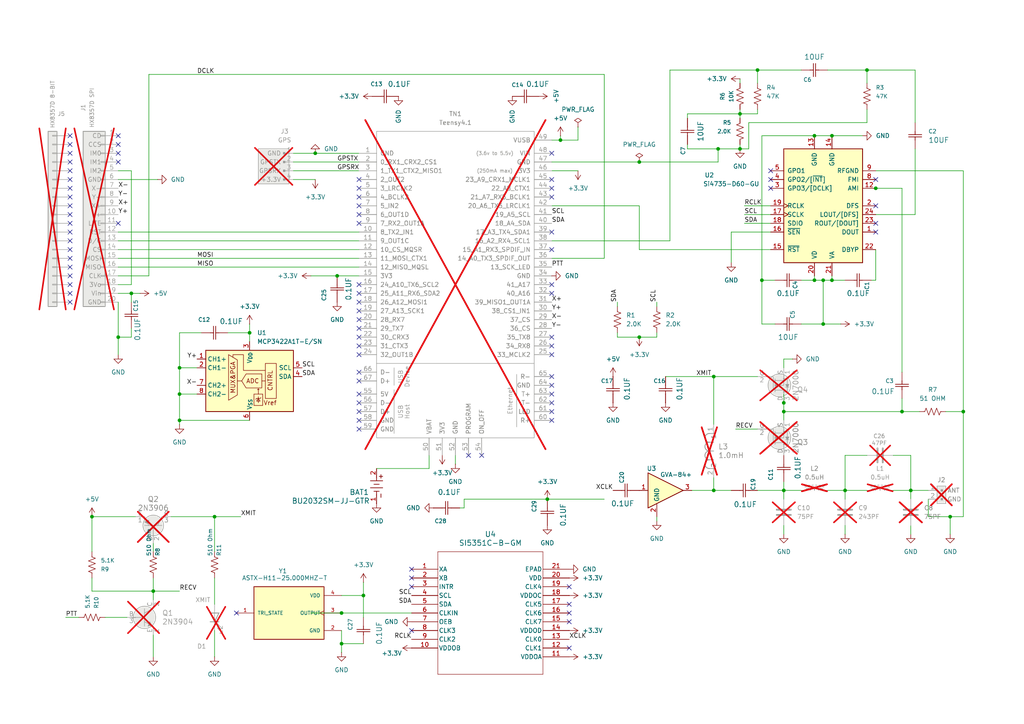
<source format=kicad_sch>
(kicad_sch (version 20231120) (generator "eeschema") (generator_version "8.0")
  (paper "A4")
  (title_block (title "Pocket FT8 Transceiver") (date "2024-07-31") (rev "2.0") (company "KQ7B") (comment 1 "Original design by Charles Hill, Ricardo Caritti, Karlis Goba, Lars Petersen, et al") (comment 2 "https://github.com/conr2286/PocketFT8Xcvr.git"))
  (junction (at 279.4 119.38))
  (junction (at 99.06 186.69))
  (junction (at 227.33 142.24))
  (junction (at 227.33 116.84))
  (junction (at 72.39 96.52))
  (junction (at 99.06 177.8))
  (junction (at 105.41 172.72))
  (junction (at 52.07 114.3))
  (junction (at 26.67 149.86))
  (junction (at 207.01 142.24))
  (junction (at 236.22 81.28))
  (junction (at 227.33 119.38))
  (junction (at 185.42 46.99))
  (junction (at 91.44 44.45))
  (junction (at 264.16 142.24))
  (junction (at 251.46 20.32))
  (junction (at 214.63 43.18))
  (junction (at 62.23 149.86))
  (junction (at 158.75 144.78))
  (junction (at 261.62 119.38))
  (junction (at 97.79 80.01))
  (junction (at 238.76 93.98))
  (junction (at 254 54.61))
  (junction (at 219.71 20.32))
  (junction (at 52.07 106.68))
  (junction (at 220.98 81.28))
  (junction (at 34.29 97.79))
  (junction (at 245.11 142.24))
  (junction (at 44.45 171.45))
  (junction (at 238.76 81.28))
  (junction (at 185.42 97.79))
  (junction (at 52.07 121.92))
  (junction (at 214.63 33.02))
  (junction (at 207.01 109.22))
  (junction (at 208.28 43.18))
  (junction (at 241.3 39.37))
  (junction (at 162.56 40.64))
  (junction (at 275.59 149.86))
  (junction (at 38.1 85.09))
  (junction (at 241.3 81.28))
  (junction (at 236.22 39.37))
  (no_connect (at 104.14 87.63))
  (no_connect (at 104.14 57.15))
  (no_connect (at 104.14 62.23))
  (no_connect (at 160.02 52.07))
  (no_connect (at 160.02 97.79))
  (no_connect (at 160.02 54.61))
  (no_connect (at 104.14 85.09))
  (no_connect (at 165.1 187.96))
  (no_connect (at 104.14 54.61))
  (no_connect (at 223.52 54.61))
  (no_connect (at 104.14 100.33))
  (no_connect (at 160.02 67.31))
  (no_connect (at 104.14 92.71))
  (no_connect (at 254 52.07))
  (no_connect (at 160.02 116.84))
  (no_connect (at 160.02 100.33))
  (no_connect (at 20.32 41.91))
  (no_connect (at 119.38 182.88))
  (no_connect (at 20.32 62.23))
  (no_connect (at 34.29 64.77))
  (no_connect (at 20.32 85.09))
  (no_connect (at 139.7 132.08))
  (no_connect (at 104.14 95.25))
  (no_connect (at 119.38 167.64))
  (no_connect (at 254 59.69))
  (no_connect (at 160.02 114.3))
  (no_connect (at 20.32 72.39))
  (no_connect (at 104.14 114.3))
  (no_connect (at 20.32 59.69))
  (no_connect (at 104.14 107.95))
  (no_connect (at 104.14 124.46))
  (no_connect (at 104.14 116.84))
  (no_connect (at 160.02 82.55))
  (no_connect (at 20.32 44.45))
  (no_connect (at 34.29 39.37))
  (no_connect (at 119.38 165.1))
  (no_connect (at 104.14 110.49))
  (no_connect (at 160.02 44.45))
  (no_connect (at 68.58 177.8))
  (no_connect (at 20.32 64.77))
  (no_connect (at 34.29 46.99))
  (no_connect (at 165.1 170.18))
  (no_connect (at 20.32 74.93))
  (no_connect (at 20.32 57.15))
  (no_connect (at 160.02 121.92))
  (no_connect (at 20.32 46.99))
  (no_connect (at 104.14 102.87))
  (no_connect (at 20.32 67.31))
  (no_connect (at 165.1 175.26))
  (no_connect (at 104.14 59.69))
  (no_connect (at 20.32 39.37))
  (no_connect (at 254 67.31))
  (no_connect (at 223.52 52.07))
  (no_connect (at 104.14 64.77))
  (no_connect (at 160.02 119.38))
  (no_connect (at 104.14 90.17))
  (no_connect (at 104.14 52.07))
  (no_connect (at 20.32 69.85))
  (no_connect (at 20.32 77.47))
  (no_connect (at 34.29 41.91))
  (no_connect (at 160.02 102.87))
  (no_connect (at 160.02 85.09))
  (no_connect (at 160.02 57.15))
  (no_connect (at 20.32 87.63))
  (no_connect (at 20.32 54.61))
  (no_connect (at 254 64.77))
  (no_connect (at 160.02 111.76))
  (no_connect (at 165.1 180.34))
  (no_connect (at 20.32 49.53))
  (no_connect (at 20.32 52.07))
  (no_connect (at 20.32 80.01))
  (no_connect (at 104.14 82.55))
  (no_connect (at 104.14 97.79))
  (no_connect (at 160.02 72.39))
  (no_connect (at 135.89 132.08))
  (no_connect (at 104.14 121.92))
  (no_connect (at 119.38 170.18))
  (no_connect (at 104.14 119.38))
  (no_connect (at 34.29 44.45))
  (no_connect (at 160.02 109.22))
  (no_connect (at 223.52 49.53))
  (no_connect (at 20.32 82.55))
  (no_connect (at 165.1 177.8))
  (wire (pts (xy 185.42 72.39) (xy 223.52 72.39)))
  (wire (pts (xy 175.26 74.93) (xy 175.26 21.59)))
  (wire (pts (xy 212.09 67.31) (xy 212.09 76.2)))
  (wire (pts (xy 91.44 44.45) (xy 104.14 44.45)))
  (wire (pts (xy 34.29 67.31) (xy 104.14 67.31)))
  (wire (pts (xy 190.5 87.63) (xy 190.5 88.9)))
  (wire (pts (xy 251.46 31.75) (xy 251.46 35.56)))
  (wire (pts (xy 215.9 59.69) (xy 223.52 59.69)))
  (wire (pts (xy 207.01 138.43) (xy 207.01 142.24)))
  (wire (pts (xy 227.33 119.38) (xy 261.62 119.38)))
  (wire (pts (xy 250.19 39.37) (xy 241.3 39.37)))
  (wire (pts (xy 160.02 49.53) (xy 167.64 49.53)))
  (wire (pts (xy 275.59 149.86) (xy 279.4 149.86)))
  (wire (pts (xy 199.39 43.18) (xy 199.39 41.91)))
  (wire (pts (xy 160.02 74.93) (xy 175.26 74.93)))
  (wire (pts (xy 62.23 167.64) (xy 62.23 175.26)))
  (wire (pts (xy 241.3 81.28) (xy 241.3 80.01)))
  (wire (pts (xy 133.35 147.32) (xy 134.62 147.32)))
  (wire (pts (xy 254 81.28) (xy 252.73 81.28)))
  (wire (pts (xy 261.62 54.61) (xy 261.62 107.95)))
  (wire (pts (xy 207.01 109.22) (xy 207.01 123.19)))
  (wire (pts (xy 214.63 33.02) (xy 214.63 34.29)))
  (wire (pts (xy 232.41 93.98) (xy 238.76 93.98)))
  (wire (pts (xy 261.62 119.38) (xy 266.7 119.38)))
  (wire (pts (xy 219.71 20.32) (xy 232.41 20.32)))
  (wire (pts (xy 62.23 149.86) (xy 69.85 149.86)))
  (wire (pts (xy 227.33 104.14) (xy 227.33 106.68)))
  (wire (pts (xy 34.29 97.79) (xy 38.1 97.79)))
  (wire (pts (xy 175.26 21.59) (xy 43.18 21.59)))
  (wire (pts (xy 254 54.61) (xy 261.62 54.61)))
  (wire (pts (xy 185.42 97.79) (xy 190.5 97.79)))
  (wire (pts (xy 134.62 147.32) (xy 134.62 144.78)))
  (wire (pts (xy 34.29 49.53) (xy 38.1 49.53)))
  (wire (pts (xy 85.09 46.99) (xy 104.14 46.99)))
  (wire (pts (xy 58.42 96.52) (xy 52.07 96.52)))
  (wire (pts (xy 215.9 64.77) (xy 223.52 64.77)))
  (wire (pts (xy 185.42 59.69) (xy 185.42 72.39)))
  (wire (pts (xy 259.08 142.24) (xy 264.16 142.24)))
  (wire (pts (xy 240.03 20.32) (xy 251.46 20.32)))
  (wire (pts (xy 227.33 116.84) (xy 227.33 119.38)))
  (wire (pts (xy 261.62 115.57) (xy 261.62 119.38)))
  (wire (pts (xy 259.08 132.08) (xy 264.16 132.08)))
  (wire (pts (xy 238.76 81.28) (xy 236.22 81.28)))
  (wire (pts (xy 269.24 144.78) (xy 269.24 149.86)))
  (wire (pts (xy 45.72 52.07) (xy 34.29 52.07)))
  (wire (pts (xy 160.02 40.64) (xy 162.56 40.64)))
  (wire (pts (xy 85.09 49.53) (xy 104.14 49.53)))
  (wire (pts (xy 264.16 144.78) (xy 264.16 142.24)))
  (wire (pts (xy 214.63 33.02) (xy 219.71 33.02)))
  (wire (pts (xy 52.07 96.52) (xy 52.07 106.68)))
  (wire (pts (xy 220.98 39.37) (xy 220.98 81.28)))
  (wire (pts (xy 43.18 21.59) (xy 43.18 80.01)))
  (wire (pts (xy 185.42 46.99) (xy 208.28 46.99)))
  (wire (pts (xy 241.3 81.28) (xy 238.76 81.28)))
  (wire (pts (xy 217.17 43.18) (xy 214.63 43.18)))
  (wire (pts (xy 245.11 154.94) (xy 245.11 152.4)))
  (wire (pts (xy 162.56 39.37) (xy 162.56 40.64)))
  (wire (pts (xy 52.07 121.92) (xy 72.39 121.92)))
  (wire (pts (xy 160.02 46.99) (xy 185.42 46.99)))
  (wire (pts (xy 214.63 43.18) (xy 208.28 43.18)))
  (wire (pts (xy 85.09 52.07) (xy 91.44 52.07)))
  (wire (pts (xy 207.01 142.24) (xy 212.09 142.24)))
  (wire (pts (xy 279.4 49.53) (xy 279.4 119.38)))
  (wire (pts (xy 264.16 142.24) (xy 269.24 142.24)))
  (wire (pts (xy 190.5 96.52) (xy 190.5 97.79)))
  (wire (pts (xy 251.46 54.61) (xy 254 54.61)))
  (wire (pts (xy 44.45 190.5) (xy 44.45 184.15)))
  (wire (pts (xy 38.1 97.79) (xy 38.1 95.25)))
  (wire (pts (xy 199.39 33.02) (xy 214.63 33.02)))
  (wire (pts (xy 240.03 142.24) (xy 245.11 142.24)))
  (wire (pts (xy 99.06 182.88) (xy 99.06 186.69)))
  (wire (pts (xy 34.29 77.47) (xy 104.14 77.47)))
  (wire (pts (xy 251.46 20.32) (xy 265.43 20.32)))
  (wire (pts (xy 238.76 93.98) (xy 243.84 93.98)))
  (wire (pts (xy 105.41 179.07) (xy 105.41 172.72)))
  (wire (pts (xy 269.24 149.86) (xy 275.59 149.86)))
  (wire (pts (xy 160.02 69.85) (xy 194.31 69.85)))
  (wire (pts (xy 105.41 172.72) (xy 99.06 172.72)))
  (wire (pts (xy 254 72.39) (xy 254 81.28)))
  (wire (pts (xy 245.11 142.24) (xy 251.46 142.24)))
  (wire (pts (xy 134.62 144.78) (xy 158.75 144.78)))
  (wire (pts (xy 44.45 167.64) (xy 44.45 171.45)))
  (wire (pts (xy 26.67 167.64) (xy 26.67 171.45)))
  (wire (pts (xy 245.11 81.28) (xy 241.3 81.28)))
  (wire (pts (xy 193.04 109.22) (xy 207.01 109.22)))
  (wire (pts (xy 220.98 81.28) (xy 224.79 81.28)))
  (wire (pts (xy 49.53 149.86) (xy 62.23 149.86)))
  (wire (pts (xy 26.67 171.45) (xy 44.45 171.45)))
  (wire (pts (xy 274.32 119.38) (xy 279.4 119.38)))
  (wire (pts (xy 213.36 124.46) (xy 219.71 124.46)))
  (wire (pts (xy 109.22 135.89) (xy 124.46 135.89)))
  (wire (pts (xy 254 49.53) (xy 279.4 49.53)))
  (wire (pts (xy 227.33 142.24) (xy 227.33 144.78)))
  (wire (pts (xy 19.05 179.07) (xy 22.86 179.07)))
  (wire (pts (xy 57.15 106.68) (xy 52.07 106.68)))
  (wire (pts (xy 72.39 96.52) (xy 72.39 93.98)))
  (wire (pts (xy 214.63 31.75) (xy 214.63 33.02)))
  (wire (pts (xy 34.29 85.09) (xy 38.1 85.09)))
  (wire (pts (xy 264.16 154.94) (xy 264.16 152.4)))
  (wire (pts (xy 214.63 41.91) (xy 214.63 43.18)))
  (wire (pts (xy 34.29 102.87) (xy 34.29 97.79)))
  (wire (pts (xy 200.66 142.24) (xy 207.01 142.24)))
  (wire (pts (xy 207.01 109.22) (xy 219.71 109.22)))
  (wire (pts (xy 275.59 154.94) (xy 275.59 149.86)))
  (wire (pts (xy 217.17 35.56) (xy 217.17 43.18)))
  (wire (pts (xy 227.33 154.94) (xy 227.33 152.4)))
  (wire (pts (xy 215.9 62.23) (xy 223.52 62.23)))
  (wire (pts (xy 224.79 93.98) (xy 220.98 93.98)))
  (wire (pts (xy 223.52 67.31) (xy 212.09 67.31)))
  (wire (pts (xy 26.67 149.86) (xy 26.67 160.02)))
  (wire (pts (xy 227.33 142.24) (xy 232.41 142.24)))
  (wire (pts (xy 190.5 149.86) (xy 190.5 151.13)))
  (wire (pts (xy 220.98 81.28) (xy 220.98 93.98)))
  (wire (pts (xy 199.39 33.02) (xy 199.39 34.29)))
  (wire (pts (xy 40.64 85.09) (xy 38.1 85.09)))
  (wire (pts (xy 38.1 49.53) (xy 38.1 82.55)))
  (wire (pts (xy 34.29 69.85) (xy 104.14 69.85)))
  (wire (pts (xy 214.63 22.86) (xy 214.63 24.13)))
  (wire (pts (xy 52.07 114.3) (xy 57.15 114.3)))
  (wire (pts (xy 162.56 40.64) (xy 167.64 40.64)))
  (wire (pts (xy 44.45 157.48) (xy 44.45 160.02)))
  (wire (pts (xy 219.71 142.24) (xy 227.33 142.24)))
  (wire (pts (xy 52.07 106.68) (xy 52.07 114.3)))
  (wire (pts (xy 232.41 81.28) (xy 236.22 81.28)))
  (wire (pts (xy 99.06 186.69) (xy 99.06 189.23)))
  (wire (pts (xy 219.71 24.13) (xy 219.71 20.32)))
  (wire (pts (xy 52.07 114.3) (xy 52.07 121.92)))
  (wire (pts (xy 264.16 132.08) (xy 264.16 142.24)))
  (wire (pts (xy 227.33 119.38) (xy 227.33 121.92)))
  (wire (pts (xy 99.06 177.8) (xy 119.38 177.8)))
  (wire (pts (xy 90.17 80.01) (xy 97.79 80.01)))
  (wire (pts (xy 175.26 144.78) (xy 158.75 144.78)))
  (wire (pts (xy 72.39 99.06) (xy 72.39 96.52)))
  (wire (pts (xy 52.07 123.19) (xy 52.07 121.92)))
  (wire (pts (xy 265.43 20.32) (xy 265.43 35.56)))
  (wire (pts (xy 105.41 168.91) (xy 105.41 172.72)))
  (wire (pts (xy 245.11 132.08) (xy 251.46 132.08)))
  (wire (pts (xy 241.3 39.37) (xy 236.22 39.37)))
  (wire (pts (xy 220.98 39.37) (xy 236.22 39.37)))
  (wire (pts (xy 236.22 81.28) (xy 236.22 80.01)))
  (wire (pts (xy 26.67 149.86) (xy 39.37 149.86)))
  (wire (pts (xy 97.79 80.01) (xy 104.14 80.01)))
  (wire (pts (xy 44.45 171.45) (xy 52.07 171.45)))
  (wire (pts (xy 99.06 186.69) (xy 105.41 186.69)))
  (wire (pts (xy 208.28 43.18) (xy 199.39 43.18)))
  (wire (pts (xy 194.31 69.85) (xy 194.31 20.32)))
  (wire (pts (xy 30.48 179.07) (xy 36.83 179.07)))
  (wire (pts (xy 227.33 114.3) (xy 227.33 116.84)))
  (wire (pts (xy 44.45 171.45) (xy 44.45 173.99)))
  (wire (pts (xy 38.1 85.09) (xy 38.1 87.63)))
  (wire (pts (xy 245.11 144.78) (xy 245.11 142.24)))
  (wire (pts (xy 90.17 177.8) (xy 99.06 177.8)))
  (wire (pts (xy 167.64 40.64) (xy 167.64 36.83)))
  (wire (pts (xy 251.46 35.56) (xy 217.17 35.56)))
  (wire (pts (xy 179.07 97.79) (xy 185.42 97.79)))
  (wire (pts (xy 132.08 134.62) (xy 132.08 132.08)))
  (wire (pts (xy 179.07 97.79) (xy 179.07 96.52)))
  (wire (pts (xy 160.02 59.69) (xy 185.42 59.69)))
  (wire (pts (xy 179.07 87.63) (xy 179.07 88.9)))
  (wire (pts (xy 124.46 135.89) (xy 124.46 132.08)))
  (wire (pts (xy 34.29 74.93) (xy 104.14 74.93)))
  (wire (pts (xy 254 62.23) (xy 265.43 62.23)))
  (wire (pts (xy 62.23 149.86) (xy 62.23 160.02)))
  (wire (pts (xy 34.29 72.39) (xy 104.14 72.39)))
  (wire (pts (xy 34.29 80.01) (xy 43.18 80.01)))
  (wire (pts (xy 279.4 119.38) (xy 279.4 149.86)))
  (wire (pts (xy 194.31 20.32) (xy 219.71 20.32)))
  (wire (pts (xy 227.33 139.7) (xy 227.33 142.24)))
  (wire (pts (xy 208.28 43.18) (xy 208.28 46.99)))
  (wire (pts (xy 219.71 31.75) (xy 219.71 33.02)))
  (wire (pts (xy 85.09 44.45) (xy 91.44 44.45)))
  (wire (pts (xy 265.43 43.18) (xy 265.43 62.23)))
  (wire (pts (xy 229.87 104.14) (xy 227.33 104.14)))
  (wire (pts (xy 66.04 96.52) (xy 72.39 96.52)))
  (wire (pts (xy 251.46 20.32) (xy 251.46 24.13)))
  (wire (pts (xy 34.29 82.55) (xy 38.1 82.55)))
  (wire (pts (xy 238.76 81.28) (xy 238.76 93.98)))
  (wire (pts (xy 34.29 97.79) (xy 34.29 87.63)))
  (wire (pts (xy 62.23 190.5) (xy 62.23 182.88)))
  (wire (pts (xy 245.11 142.24) (xy 245.11 132.08)))
  (label "Y-" (at 34.29 57.15 0))
  (label "Y+" (at 160.02 90.17 0))
  (label "RECV" (at 52.07 171.45 0))
  (label "MOSI" (at 57.15 74.93 0))
  (label "SDA" (at 87.63 109.22 0))
  (label "PTT" (at 19.05 179.07 0))
  (label "X+" (at 34.29 59.69 0))
  (label "X-" (at 34.29 54.61 0))
  (label "SCL" (at 190.5 87.63 90))
  (label "SDA" (at 179.07 87.63 90))
  (label "SDA" (at 160.02 64.77 0))
  (label "X-" (at 57.15 111.76 180))
  (label "XCLK" (at 165.1 185.42 0))
  (label "MISO" (at 57.15 77.47 0))
  (label "XCLK" (at 177.8 142.24 180))
  (label "RCLK" (at 215.9 59.69 0))
  (label "GPSTX" (at 97.79 46.99 0))
  (label "DCLK" (at 57.15 21.59 0))
  (label "SCL" (at 215.9 62.23 0))
  (label "Y-" (at 160.02 95.25 0))
  (label "X+" (at 160.02 87.63 0))
  (label "Y+" (at 34.29 62.23 0))
  (label "Y+" (at 57.15 104.14 180))
  (label "SCL" (at 119.38 172.72 180))
  (label "XMIT" (at 69.85 149.86 0))
  (label "RECV" (at 213.36 124.46 0))
  (label "RCLK" (at 119.38 185.42 180))
  (label "XMIT" (at 201.93 109.22 0))
  (label "SDA" (at 119.38 175.26 180))
  (label "SDA" (at 215.9 64.77 0))
  (label "SCL" (at 87.63 106.68 0))
  (label "SCL" (at 160.02 62.23 0))
  (label "GPSRX" (at 97.79 49.53 0))
  (label "PTT" (at 160.02 77.47 0))
  (label "X-" (at 160.02 92.71 0))
  (symbol (lib_id "Kemet2024-08-02_22-05-35:C0603C104K4RACTU") (at 97.79 80.01 90) (mirror x) (unit 1)
    (property "Reference" "C25" (at 93.98 83.82 0) (effects (font (size 1.143 1.143)) (justify left)))
    (property "Value" "0.1UF" (at 101.092 83.82 0) (effects (font (size 1.524 1.524))))
    (property "Footprint" "Capacitor_SMD:C_0603_1608Metric" (effects (hide yes)))
    (property "Datasheet" "C0603C104K4RACTU" (effects (hide yes)))
    (property "Description" "CAP CER 0.1UF 16V X7R 0603" (effects (hide yes)))
    (property "Field5" "CAP-08604" (effects (hide yes)))
    (property "PROD_ID" "CAP-00810" (effects (hide yes)))
    (property "Voltage" "16V" (effects (hide yes)))
    (property "Tolerance" "10%" (effects (hide yes)))
    (property "Manufacturer" "Kemet" (effects (hide yes)))
    (property "Mfg Part #" "C0603C104K4RAC7867" (effects (hide yes)))
    (property "Notes" "Substitutions OK" (effects (hide yes)))
    (property "Type" "SMD" (effects (hide yes)))
  )
  (symbol (lib_id "power:+3.3V") (at 243.84 93.98 270) (unit 1)
    (property "Reference" "#PWR07" (effects (hide yes)))
    (property "Value" "+3.3V" (at 247.65 93.98 90) (effects (justify left)))
    (property "Description" "Power symbol creates a global label with name \"+3.3V\"" (effects (hide yes)))
  )
  (symbol (lib_id "power:+3.3V") (at 165.1 167.64 270) (unit 1)
    (property "Reference" "#PWR041" (effects (hide yes)))
    (property "Value" "+3.3V" (at 168.91 167.6399 90) (effects (justify left)))
    (property "Description" "Power symbol creates a global label with name \"+3.3V\"" (effects (hide yes)))
  )
  (symbol (lib_id "Kemet2024-08-02_22-05-35:C0603C104K4RACTU") (at 105.41 186.69 90) (unit 1)
    (property "Reference" "C27" (at 101.6 182.88 0) (effects (font (size 1.143 1.143)) (justify left)))
    (property "Value" "0.1UF" (at 109.982 183.642 0) (effects (font (size 1.524 1.524))))
    (property "Footprint" "Capacitor_SMD:C_0603_1608Metric" (effects (hide yes)))
    (property "Datasheet" "C0603C104K4RACTU" (effects (hide yes)))
    (property "Description" "CAP CER 0.1UF 16V X7R 0603" (effects (hide yes)))
    (property "Field5" "CAP-08604" (effects (hide yes)))
    (property "PROD_ID" "CAP-00810" (effects (hide yes)))
    (property "Voltage" "16V" (effects (hide yes)))
    (property "Tolerance" "10%" (effects (hide yes)))
    (property "Manufacturer" "Kemet" (effects (hide yes)))
    (property "Mfg Part #" "C0603C104K4RAC7867" (effects (hide yes)))
    (property "Notes" "Substitutions OK" (effects (hide yes)))
    (property "Type" "SMD" (effects (hide yes)))
  )
  (symbol (lib_id "power:GND") (at 99.06 189.23 0) (unit 1)
    (property "Reference" "#PWR037" (effects (hide yes)))
    (property "Value" "GND" (at 99.06 194.31 0))
    (property "Description" "Power symbol creates a global label with name \"GND\" , ground" (effects (hide yes)))
  )
  (symbol (lib_id "power:GND") (at 97.79 87.63 0) (unit 1)
    (property "Reference" "#PWR027" (effects (hide yes)))
    (property "Value" "GND" (at 97.79 92.71 0))
    (property "Description" "Power symbol creates a global label with name \"GND\" , ground" (effects (hide yes)))
  )
  (symbol (lib_id "power:GND") (at 160.02 80.01 90) (unit 1)
    (property "Reference" "#PWR09" (effects (hide yes)))
    (property "Value" "GND" (at 163.83 80.01 90) (effects (justify right)))
    (property "Description" "Power symbol creates a global label with name \"GND\" , ground" (effects (hide yes)))
  )
  (symbol (lib_id "SparkFun-Resistor:2.0k_0603") (at 214.63 38.1 90) (mirror x) (unit 1)
    (property "Reference" "R5" (at 212.09 35.56 90) (effects (font (size 1.143 1.143)) (justify left)))
    (property "Value" "2.0K" (at 212.09 38.1 90) (effects (font (size 1.143 1.143)) (justify left)))
    (property "Footprint" "Resistor_SMD:R_0603_1608Metric" (effects (hide yes)))
    (property "Datasheet" "https://www.vishay.com/docs/20035/dcrcwe3.pdf" (effects (hide yes)))
    (property "Description" "RES 2K OHM 5% 1/10W 0603" (effects (hide yes)))
    (property "PROD_ID" "RES-08296" (effects (hide yes)))
    (property "Manufacturer" "Yageo" (effects (hide yes)))
    (property "Mfg Part #" "RC0603JR-072KL" (effects (hide yes)))
    (property "Notes" "Substitutions OK" (effects (hide yes)))
    (property "Type" "SMD" (effects (hide yes)))
  )
  (symbol (lib_id "SparkFun-Resistor:5.1k_0603") (at 26.67 163.83 270) (unit 1)
    (property "Reference" "R9" (at 29.21 165.1 90) (effects (font (size 1.143 1.143)) (justify left)))
    (property "Value" "5.1K" (at 29.21 162.56 90) (effects (font (size 1.143 1.143)) (justify left)))
    (property "Footprint" "Resistor_SMD:R_0603_1608Metric" (effects (hide yes)))
    (property "Description" "RES 5.1K OHM 5% 1/10W 0603" (effects (hide yes)))
    (property "Manufacturer" "Yageo" (effects (hide yes)))
    (property "Mfg Part #" "RC0603JR-075K1L" (effects (hide yes)))
    (property "Notes" "Substitutions OK" (effects (hide yes)))
    (property "Type" "SMD" (effects (hide yes)))
  )
  (symbol (lib_id "2024-08-05_00-31-14:BU2032SM-JJ-GTR") (at 109.22 135.89 270) (unit 1)
    (property "Reference" "BAT1" (at 101.346 142.748 90) (effects (font (size 1.524 1.524)) (justify left)))
    (property "Value" "BU2032SM-JJ-GTR" (at 84.582 145.288 90) (effects (font (size 1.524 1.524)) (justify left)))
    (property "Footprint" "BU2032SM-JJ-GTR_MPD" (effects (hide yes)))
    (property "Datasheet" "BU2032SM-JJ-GTR" (effects (hide yes)))
    (property "Description" "BATT HOLDER COIN 20MM 1 CELL SMD" (effects (hide yes)))
    (property "Mfg Part #" "BU2032SM-JJ-GTR" (effects (hide yes)))
    (property "Category" "Battery Products" (effects (hide yes)))
    (property "Family" "Battery Holders, Clips, Contacts" (effects (hide yes)))
    (property "Manufacturer" "MPD (Memory Protection Devices)" (effects (hide yes)))
    (property "Status" "Active" (effects (hide yes)))
    (property "Description_1" "BATTERY HOLDER COIN 20MM PC PIN" (effects (hide yes)))
    (property "Type" "SMD" (effects (hide yes)))
    (property "Notes" "Must mount topside" (effects (hide yes)))
  )
  (symbol (lib_id "power:GND") (at 190.5 151.13 0) (unit 1)
    (property "Reference" "#PWR028" (effects (hide yes)))
    (property "Value" "GND" (at 190.5 156.21 0))
    (property "Description" "Power symbol creates a global label with name \"GND\" , ground" (effects (hide yes)))
  )
  (symbol (lib_id "power:GND") (at 44.45 190.5 0) (unit 1)
    (property "Reference" "#PWR030" (effects (hide yes)))
    (property "Value" "GND" (at 44.45 195.58 0))
    (property "Description" "Power symbol creates a global label with name \"GND\" , ground" (effects (hide yes)))
  )
  (symbol (lib_id "dk_Transistors-FETs-MOSFETs-Single:2N7000") (at 227.33 127 0) (mirror x) (unit 1) (in_bom no) (dnp yes)
    (property "Reference" "Q3" (at 231.14 128.27 0) (effects (font (size 1.524 1.524)) (justify left)))
    (property "Value" "2N7000" (at 230.7844 127 90) (effects (font (size 1.524 1.524))))
    (property "Footprint" "digikey-footprints:TO-92-3" (effects (hide yes)))
    (property "Datasheet" "https://www.onsemi.com/pub/Collateral/NDS7002A-D.PDF" (effects (hide yes)))
    (property "Description" "MOSFET N-CH 60V 200MA TO-92" (effects (hide yes)))
    (property "Digi-Key_PN" "2N7000FS-ND" (effects (hide yes)))
    (property "Mfg Part #" "2N7000" (effects (hide yes)))
    (property "Category" "Discrete Semiconductor Products" (effects (hide yes)))
    (property "Family" "Transistors - FETs, MOSFETs - Single" (effects (hide yes)))
    (property "DK_Datasheet_Link" "https://www.onsemi.com/pub/Collateral/NDS7002A-D.PDF" (effects (hide yes)))
    (property "DK_Detail_Page" "/product-detail/en/on-semiconductor/2N7000/2N7000FS-ND/244278" (effects (hide yes)))
    (property "Description_1" "MOSFET N-CH 60V 200MA TO-92" (effects (hide yes)))
    (property "Manufacturer" "ON Semiconductor" (effects (hide yes)))
    (property "MPN" "2N7000" (effects (hide yes)))
    (property "Status" "Active" (effects (hide yes)))
    (property "Type" "THT" (effects (hide yes)))
  )
  (symbol (lib_id "Kemet2024-08-02_22-05-35:C0603C104K4RACTU") (at 212.09 142.24 0) (unit 1)
    (property "Reference" "C19" (at 218.44 142.24 90) (effects (font (size 1.143 1.143)) (justify left)))
    (property "Value" "0.1UF" (at 216.154 146.304 0) (effects (font (size 1.524 1.524))))
    (property "Footprint" "Capacitor_SMD:C_0603_1608Metric" (effects (hide yes)))
    (property "Datasheet" "C0603C104K4RACTU" (effects (hide yes)))
    (property "Description" "CAP CER 0.1UF 16V X7R 0603" (effects (hide yes)))
    (property "Field5" "CAP-07885" (effects (hide yes)))
    (property "PROD_ID" "CAP-00810" (effects (hide yes)))
    (property "Voltage" "16V" (effects (hide yes)))
    (property "Tolerance" "10%" (effects (hide yes)))
    (property "Manufacturer" "Kemet" (effects (hide yes)))
    (property "Mfg Part #" "C0603C104K4RAC7867" (effects (hide yes)))
    (property "Notes" "Substitutions OK" (effects (hide yes)))
    (property "Type" "SMD" (effects (hide yes)))
  )
  (symbol (lib_id "Kemet2024-08-02_22-05-35:C0603C104K4RACTU") (at 38.1 95.25 90) (unit 1)
    (property "Reference" "C15" (at 39.37 90.424 0) (effects (font (size 1.143 1.143)) (justify left)))
    (property "Value" "0.1UF" (at 39.878 95.504 0) (effects (font (size 1.524 1.524))))
    (property "Footprint" "Capacitor_SMD:C_0603_1608Metric" (effects (hide yes)))
    (property "Datasheet" "C0603C104K4RACTU" (effects (hide yes)))
    (property "Description" "CAP CER 0.1UF 16V X7R 0603" (effects (hide yes)))
    (property "Field5" "CAP-07886" (effects (hide yes)))
    (property "PROD_ID" "CAP-00810" (effects (hide yes)))
    (property "Voltage" "16V" (effects (hide yes)))
    (property "Tolerance" "10%" (effects (hide yes)))
    (property "Manufacturer" "Kemet" (effects (hide yes)))
    (property "Mfg Part #" "C0603C104K4RAC7867" (effects (hide yes)))
    (property "Notes" "Substitutions OK" (effects (hide yes)))
    (property "Type" "SMD" (effects (hide yes)))
  )
  (symbol (lib_id "power:+3.3V") (at 91.44 52.07 180) (unit 1)
    (property "Reference" "#PWR033" (effects (hide yes)))
    (property "Value" "+3.3V" (at 91.44 57.15 0))
    (property "Description" "Power symbol creates a global label with name \"+3.3V\"" (effects (hide yes)))
  )
  (symbol (lib_id "Kemet2024-08-02_22-05-35:C0603C104K4RACTU") (at 133.35 147.32 180) (unit 1)
    (property "Reference" "C28" (at 129.54 151.13 0) (effects (font (size 1.143 1.143)) (justify left)))
    (property "Value" "0.1UF" (at 130.302 142.748 0) (effects (font (size 1.524 1.524))))
    (property "Footprint" "Capacitor_SMD:C_0603_1608Metric" (effects (hide yes)))
    (property "Datasheet" "C0603C104K4RACTU" (effects (hide yes)))
    (property "Description" "CAP CER 0.1UF 16V X7R 0603" (effects (hide yes)))
    (property "Field5" "CAP-08604" (effects (hide yes)))
    (property "PROD_ID" "CAP-00810" (effects (hide yes)))
    (property "Voltage" "16V" (effects (hide yes)))
    (property "Tolerance" "10%" (effects (hide yes)))
    (property "Manufacturer" "Kemet" (effects (hide yes)))
    (property "Mfg Part #" "C0603C104K4RAC7867" (effects (hide yes)))
    (property "Notes" "Substitutions OK" (effects (hide yes)))
    (property "Type" "SMD" (effects (hide yes)))
  )
  (symbol (lib_id "power:GND") (at 34.29 102.87 0) (unit 1)
    (property "Reference" "#PWR01" (effects (hide yes)))
    (property "Value" "GND" (at 34.29 107.95 0))
    (property "Description" "Power symbol creates a global label with name \"GND\" , ground" (effects (hide yes)))
  )
  (symbol (lib_id "power:GND") (at 177.8 116.84 0) (unit 1)
    (property "Reference" "#PWR035" (effects (hide yes)))
    (property "Value" "GND" (at 177.8 121.92 0))
    (property "Description" "Power symbol creates a global label with name \"GND\" , ground" (effects (hide yes)))
  )
  (symbol (lib_id "power:+3.3V") (at 72.39 93.98 0) (unit 1)
    (property "Reference" "#PWR011" (effects (hide yes)))
    (property "Value" "+3.3V" (at 72.39 88.9 0))
    (property "Description" "Power symbol creates a global label with name \"+3.3V\"" (effects (hide yes)))
  )
  (symbol (lib_name "C_1") (lib_id "Device:C") (at 264.16 148.59 0) (unit 1) (in_bom no) (dnp yes)
    (property "Reference" "C8" (at 267.97 147.32 0) (effects (justify left)))
    (property "Value" "75PF" (at 267.97 149.86 0) (effects (justify left)))
    (property "Footprint" "Capacitor_SMD:C_0805_2012Metric" (effects (hide yes)))
    (property "Description" "Unpolarized capacitor" (effects (hide yes)))
  )
  (symbol (lib_name "2N7000_1") (lib_id "dk_Transistors-FETs-MOSFETs-Single:2N7000") (at 227.33 111.76 0) (mirror x) (unit 1) (in_bom no) (dnp yes)
    (property "Reference" "Q4" (at 231.14 113.03 0) (effects (font (size 1.524 1.524)) (justify left)))
    (property "Value" "2N7000" (at 230.7844 111.76 90) (effects (font (size 1.524 1.524))))
    (property "Footprint" "digikey-footprints:TO-92-3" (effects (hide yes)))
    (property "Datasheet" "https://www.onsemi.com/pub/Collateral/NDS7002A-D.PDF" (effects (hide yes)))
    (property "Description" "MOSFET N-CH 60V 200MA TO-92" (effects (hide yes)))
    (property "Digi-Key_PN" "2N7000FS-ND" (effects (hide yes)))
    (property "MPN" "2N7000" (effects (hide yes)))
    (property "Category" "Discrete Semiconductor Products" (effects (hide yes)))
    (property "Family" "Transistors - FETs, MOSFETs - Single" (effects (hide yes)))
    (property "DK_Datasheet_Link" "https://www.onsemi.com/pub/Collateral/NDS7002A-D.PDF" (effects (hide yes)))
    (property "DK_Detail_Page" "/product-detail/en/on-semiconductor/2N7000/2N7000FS-ND/244278" (effects (hide yes)))
    (property "Description_1" "MOSFET N-CH 60V 200MA TO-92" (effects (hide yes)))
    (property "Manufacturer" "ON Semiconductor" (effects (hide yes)))
    (property "Mfg Part #" "2N7000" (effects (hide yes)))
    (property "Notes" "Substitions OK" (effects (hide yes)))
    (property "Type" "THT" (effects (hide yes)))
  )
  (symbol (lib_id "power:+3.3V") (at 128.27 132.08 180) (unit 1)
    (property "Reference" "#PWR043" (effects (hide yes)))
    (property "Value" "+3.3V" (at 128.27 137.16 0))
    (property "Description" "Power symbol creates a global label with name \"+3.3V\"" (effects (hide yes)))
  )
  (symbol (lib_id "power:+3.3V") (at 185.42 97.79 180) (unit 1)
    (property "Reference" "#PWR06" (effects (hide yes)))
    (property "Value" "+3.3V" (at 185.42 102.87 0))
    (property "Description" "Power symbol creates a global label with name \"+3.3V\"" (effects (hide yes)))
  )
  (symbol (lib_id "power:GND") (at 119.38 180.34 270) (unit 1)
    (property "Reference" "#PWR049" (effects (hide yes)))
    (property "Value" "GND" (at 115.57 180.3399 90) (effects (justify right)))
    (property "Description" "Power symbol creates a global label with name \"GND\" , ground" (effects (hide yes)))
  )
  (symbol (lib_id "Device:R_US") (at 44.45 163.83 0) (unit 1)
    (property "Reference" "R8" (at 45.72 161.29 90) (effects (font (size 1.143 1.143)) (justify left)))
    (property "Value" "510 Ohm" (at 43.18 161.29 90) (effects (font (size 1.143 1.143)) (justify left)))
    (property "Footprint" "Resistor_SMD:R_0603_1608Metric" (effects (hide yes)))
    (property "Description" "RES 510 OHM 5% 1/10W 0603" (effects (hide yes)))
    (property "PROD_ID" "RES-08296" (effects (hide yes)))
    (property "Manufacturer" "Yageo" (effects (hide yes)))
    (property "Mfg Part #" "RC0603JR-07510RL" (effects (hide yes)))
    (property "Notes" "Substitutions OK" (effects (hide yes)))
    (property "Type" "SMD" (effects (hide yes)))
  )
  (symbol (lib_id "power:+3.3V") (at 165.1 182.88 270) (unit 1)
    (property "Reference" "#PWR046" (effects (hide yes)))
    (property "Value" "+3.3V" (at 168.91 182.8799 90) (effects (justify left)))
    (property "Description" "Power symbol creates a global label with name \"+3.3V\"" (effects (hide yes)))
  )
  (symbol (lib_id "power:+5V") (at 156.21 27.94 270) (unit 1)
    (property "Reference" "#PWR024" (effects (hide yes)))
    (property "Value" "+5V" (at 161.29 27.94 0))
    (property "Description" "Power symbol creates a global label with name \"+5V\"" (effects (hide yes)))
  )
  (symbol (lib_id "SparkFun-Capacitor:47pF_0603_50V_5%") (at 255.27 132.08 90) (unit 1) (in_bom no) (dnp yes)
    (property "Reference" "C26" (at 255.016 126.492 90) (effects (font (size 1.143 1.143))))
    (property "Value" "47PF" (at 255.016 128.524 90) (effects (font (size 1.143 1.143))))
    (property "Footprint" "Capacitor_SMD:C_0805_2012Metric" (effects (hide yes)))
    (property "Datasheet" "https://cdn.sparkfun.com/assets/8/a/4/a/5/Kemet_Capacitor_Datasheet.pdf" (effects (hide yes)))
    (property "Description" "Unpolarized capacitor" (effects (hide yes)))
    (property "Field5" "CAP-08913" (effects (hide yes)))
    (property "PROD_ID" "CAP-08913" (effects (hide yes)))
    (property "Voltage" "100v" (effects (hide yes)))
    (property "Tolerance" "1%" (effects (hide yes)))
  )
  (symbol (lib_id "power:GND") (at 148.59 27.94 0) (unit 1)
    (property "Reference" "#PWR013" (effects (hide yes)))
    (property "Value" "GND" (at 148.59 31.75 90) (effects (justify right)))
    (property "Description" "Power symbol creates a global label with name \"GND\" , ground" (effects (hide yes)))
  )
  (symbol (lib_id "power:GND") (at 264.16 154.94 0) (unit 1)
    (property "Reference" "#PWR019" (effects (hide yes)))
    (property "Value" "GND" (at 264.16 160.02 0))
    (property "Description" "Power symbol creates a global label with name \"GND\" , ground" (effects (hide yes)))
  )
  (symbol (lib_id "power:GND") (at 115.57 27.94 0) (unit 1)
    (property "Reference" "#PWR012" (effects (hide yes)))
    (property "Value" "GND" (at 115.57 31.75 90) (effects (justify right)))
    (property "Description" "Power symbol creates a global label with name \"GND\" , ground" (effects (hide yes)))
  )
  (symbol (lib_id "power:GND") (at 229.87 104.14 90) (unit 1)
    (property "Reference" "#PWR023" (effects (hide yes)))
    (property "Value" "GND" (at 233.68 104.14 90) (effects (justify right)))
    (property "Description" "Power symbol creates a global label with name \"GND\" , ground" (effects (hide yes)))
  )
  (symbol (lib_id "power:+3.3V") (at 90.17 80.01 90) (unit 1)
    (property "Reference" "#PWR05" (effects (hide yes)))
    (property "Value" "+3.3V" (at 86.36 80.01 90) (effects (justify left)))
    (property "Description" "Power symbol creates a global label with name \"+3.3V\"" (effects (hide yes)))
  )
  (symbol (lib_id "power:+3.3V") (at 167.64 49.53 180) (unit 1)
    (property "Reference" "#PWR04" (effects (hide yes)))
    (property "Value" "+3.3V" (at 167.64 54.61 0))
    (property "Description" "Power symbol creates a global label with name \"+3.3V\"" (effects (hide yes)))
  )
  (symbol (lib_id "Kemet2024-08-02_22-05-35:C0603C104K4RACTU") (at 107.95 27.94 0) (mirror x) (unit 1)
    (property "Reference" "C13" (at 107.442 24.384 0) (effects (font (size 1.143 1.143)) (justify left)))
    (property "Value" "0.1UF" (at 115.824 24.384 0) (effects (font (size 1.524 1.524))))
    (property "Footprint" "Capacitor_SMD:C_0603_1608Metric" (effects (hide yes)))
    (property "Datasheet" "C0603C104K4RACTU" (effects (hide yes)))
    (property "Description" "CAP CER 0.1UF 16V X7R 0603" (effects (hide yes)))
    (property "Field5" "CAP-07886" (effects (hide yes)))
    (property "PROD_ID" "CAP-00810" (effects (hide yes)))
    (property "Voltage" "16V" (effects (hide yes)))
    (property "Tolerance" "10%" (effects (hide yes)))
    (property "Manufacturer" "Kemet" (effects (hide yes)))
    (property "Mfg Part #" "C0603C104K4RAC7867" (effects (hide yes)))
    (property "Notes" "Substitutions OK" (effects (hide yes)))
    (property "Type" "SMD" (effects (hide yes)))
  )
  (symbol (lib_id "Kemet2024-08-02_22-05-35:C0603C104K4RACTU") (at 245.11 81.28 0) (unit 1)
    (property "Reference" "C1" (at 251.46 84.074 90) (effects (font (size 1.143 1.143)) (justify left)))
    (property "Value" "0.1UF" (at 248.92 85.09 0) (effects (font (size 1.524 1.524))))
    (property "Footprint" "Capacitor_SMD:C_0603_1608Metric" (effects (hide yes)))
    (property "Datasheet" "C0603C104K4RACTU" (effects (hide yes)))
    (property "Description" "CAP CER 0.1UF 16V X7R 0603" (effects (hide yes)))
    (property "Field5" "CAP-07885" (effects (hide yes)))
    (property "PROD_ID" "CAP-00810" (effects (hide yes)))
    (property "Voltage" "16V" (effects (hide yes)))
    (property "Tolerance" "10%" (effects (hide yes)))
    (property "Manufacturer" "Kemet" (effects (hide yes)))
    (property "Mfg Part #" "C0603C104K4RAC7867" (effects (hide yes)))
    (property "Notes" "Substitutions OK" (effects (hide yes)))
    (property "Type" "SMD" (effects (hide yes)))
  )
  (symbol (lib_id "power:GND") (at 91.44 44.45 180) (unit 1)
    (property "Reference" "#PWR08" (effects (hide yes)))
    (property "Value" "GND" (at 93.98 43.1799 0) (effects (justify right)))
    (property "Description" "Power symbol creates a global label with name \"GND\" , ground" (effects (hide yes)))
  )
  (symbol (lib_id "SparkFun-Resistor:2.0k_0603") (at 190.5 92.71 90) (unit 1)
    (property "Reference" "R2" (at 193.04 91.4399 90) (effects (justify right)))
    (property "Value" "2.0K" (at 193.04 93.9799 90) (effects (justify right)))
    (property "Footprint" "Resistor_SMD:R_0603_1608Metric" (effects (hide yes)))
    (property "Datasheet" "https://www.vishay.com/docs/20035/dcrcwe3.pdf" (effects (hide yes)))
    (property "Description" "RES 2K OHM 5% 1/10W 0603" (effects (hide yes)))
    (property "PROD_ID" "RES-08296" (effects (hide yes)))
    (property "Manufacturer" "Yageo" (effects (hide yes)))
    (property "Mfg Part #" "RC0603JR-072KL" (effects (hide yes)))
    (property "Notes" "Substitutions OK" (effects (hide yes)))
    (property "Type" "SMD" (effects (hide yes)))
  )
  (symbol (lib_id "Kemet2024-08-02_22-05-35:C0603C104K4RACTU") (at 66.04 96.52 180) (unit 1)
    (property "Reference" "C12" (at 60.96 92.71 0) (effects (font (size 1.143 1.143)) (justify left)))
    (property "Value" "0.1UF" (at 67.056 93.218 0) (effects (font (size 1.524 1.524))))
    (property "Footprint" "Capacitor_SMD:C_0603_1608Metric" (effects (hide yes)))
    (property "Datasheet" "C0603C104K4RACTU" (effects (hide yes)))
    (property "Description" "CAP CER 0.1UF 16V X7R 0603" (effects (hide yes)))
    (property "Field5" "CAP-07886" (effects (hide yes)))
    (property "PROD_ID" "CAP-00810" (effects (hide yes)))
    (property "Voltage" "16V" (effects (hide yes)))
    (property "Tolerance" "10%" (effects (hide yes)))
    (property "Manufacturer" "Kemet" (effects (hide yes)))
    (property "Mfg Part #" "C0603C104K4RAC7867" (effects (hide yes)))
    (property "Notes" "Substitutions OK" (effects (hide yes)))
    (property "Type" "SMD" (effects (hide yes)))
  )
  (symbol (lib_id "power:GND") (at 193.04 116.84 0) (unit 1)
    (property "Reference" "#PWR034" (effects (hide yes)))
    (property "Value" "GND" (at 193.04 121.92 0))
    (property "Description" "Power symbol creates a global label with name \"GND\" , ground" (effects (hide yes)))
  )
  (symbol (lib_name "C0805C334K4RAC7800_1") (lib_id "Kemet2024-08-02_22-55-33:C0805C334K4RAC7800") (at 224.79 93.98 0) (unit 1)
    (property "Reference" "C5" (at 229.87 92.456 90) (effects (font (size 1.143 1.143)) (justify left)))
    (property "Value" "10UF" (at 228.6 97.79 0) (effects (font (size 1.524 1.524))))
    (property "Footprint" "Capacitor_SMD:C_0805_2012Metric" (effects (hide yes)))
    (property "Datasheet" "C0805C334K4RAC7800" (effects (hide yes)))
    (property "Description" "CAP CER 10UF 16V X5R 0805" (effects (hide yes)))
    (property "PROD_ID" "CAP-13930" (effects (hide yes)))
    (property "Voltage" "16V" (effects (hide yes)))
    (property "Tolerance" "10%" (effects (hide yes)))
    (property "Manufacturer" "Kemet" (effects (hide yes)))
    (property "Mfg Part #" "C0805C106K4PAC7800" (effects (hide yes)))
    (property "Notes" "Substitutions OK" (effects (hide yes)))
    (property "Type" "SMD" (effects (hide yes)))
  )
  (symbol (lib_id "SparkFun-Resistor:47k_0603") (at 219.71 27.94 270) (unit 1)
    (property "Reference" "R4" (at 222.25 25.3999 90) (effects (justify left)))
    (property "Value" "47K" (at 222.25 27.9399 90) (effects (justify left)))
    (property "Footprint" "Resistor_SMD:R_0603_1608Metric" (effects (hide yes)))
    (property "Datasheet" "RES 47K OHM 1/10W 5% 0603" (effects (hide yes)))
    (property "Description" "RES 47K OHM 1/10W 5% 0603" (effects (hide yes)))
    (property "PROD_ID" "RES-07871" (effects (hide yes)))
    (property "Manufacturer" "Yageo" (effects (hide yes)))
    (property "Mfg Part #" "RC0603JR-0747KL" (effects (hide yes)))
    (property "Notes" "Substitutions OK" (effects (hide yes)))
    (property "Type" "SMD" (effects (hide yes)))
  )
  (symbol (lib_id "power:GND") (at 62.23 190.5 0) (unit 1)
    (property "Reference" "#PWR032" (effects (hide yes)))
    (property "Value" "GND" (at 62.23 195.58 0))
    (property "Description" "Power symbol creates a global label with name \"GND\" , ground" (effects (hide yes)))
  )
  (symbol (lib_id "Device:L_Ferrite") (at 255.27 142.24 90) (unit 1) (in_bom no) (dnp yes)
    (property "Reference" "L1" (at 255.27 135.89 90))
    (property "Value" "0.5uH" (at 255.27 138.43 90))
    (property "Footprint" "Inductor_THT:L_Toroid_Vertical_L10.0mm_W5.0mm_P5.08mm" (effects (hide yes)))
    (property "Description" "Inductor with ferrite core" (effects (hide yes)))
  )
  (symbol (lib_id "power:+3.3V") (at 158.75 144.78 0) (unit 1)
    (property "Reference" "#PWR036" (effects (hide yes)))
    (property "Value" "+3.3V" (at 158.75 139.7 0))
    (property "Description" "Power symbol creates a global label with name \"+3.3V\"" (effects (hide yes)))
  )
  (symbol (lib_id "Device:L_Ferrite") (at 236.22 142.24 90) (unit 1) (in_bom no) (dnp yes)
    (property "Reference" "L2" (at 236.22 135.89 90))
    (property "Value" "0.5uH" (at 236.22 138.43 90))
    (property "Footprint" "Inductor_THT:L_Toroid_Vertical_L10.0mm_W5.0mm_P5.08mm" (effects (hide yes)))
    (property "Description" "Inductor with ferrite core" (effects (hide yes)))
  )
  (symbol (lib_id "SparkFun-Resistor:47k_0603") (at 251.46 27.94 270) (unit 1)
    (property "Reference" "R3" (at 254 25.4 90) (effects (font (size 1.143 1.143)) (justify left)))
    (property "Value" "47K" (at 254 27.94 90) (effects (font (size 1.143 1.143)) (justify left)))
    (property "Footprint" "Resistor_SMD:R_0603_1608Metric" (effects (hide yes)))
    (property "Datasheet" "RES 47K OHM 1/10W 5% 0603" (effects (hide yes)))
    (property "Description" "RES 47K OHM 1/10W 5% 0603" (effects (hide yes)))
    (property "PROD_ID" "RES-07871" (effects (hide yes)))
    (property "Manufacturer" "Yageo" (effects (hide yes)))
    (property "Mfg Part #" "RC0603JR-0747KL" (effects (hide yes)))
    (property "Notes" "Substitutions OK" (effects (hide yes)))
    (property "Type" "SMD" (effects (hide yes)))
  )
  (symbol (lib_id "2024-07-31_16-01-32:RLB9012-102KL") (at 207.01 138.43 90) (unit 1) (in_bom no) (dnp yes)
    (property "Reference" "L3" (at 208.28 129.5399 90) (effects (font (size 1.524 1.524)) (justify right)))
    (property "Value" "1.0mH" (at 208.28 132.0799 90) (effects (font (size 1.524 1.524)) (justify right)))
    (property "Footprint" "IND_BOURNS_RLB9012" (effects (hide yes)))
    (property "Datasheet" "RLB9012-102KL" (effects (hide yes)))
    (property "Description" "FIXED IND 1MH 510MA 2.9 OHM TH" (effects (hide yes)))
    (property "Digi-Key_PN" "RLB9012-102KL-N" (effects (hide yes)))
    (property "Manufacturer" "Bourns" (effects (hide yes)))
    (property "Mfg Part #" "RLB9012-102KL" (effects (hide yes)))
    (property "Type" "SMD" (effects (hide yes)))
  )
  (symbol (lib_name "C0805C334K4RAC7800_3") (lib_id "Kemet2024-08-02_22-55-33:C0805C334K4RAC7800") (at 265.43 43.18 90) (unit 1)
    (property "Reference" "C2" (at 269.24 38.1 90) (effects (font (size 1.143 1.143)) (justify right)))
    (property "Value" "10UF" (at 269.24 40.6399 90) (effects (font (size 1.524 1.524)) (justify right)))
    (property "Footprint" "Capacitor_SMD:C_0805_2012Metric" (effects (hide yes)))
    (property "Datasheet" "C0805C334K4RAC7800" (effects (hide yes)))
    (property "Description" "CAP CER 10UF 16V X5R 0805" (effects (hide yes)))
    (property "PROD_ID" "CAP-11015" (effects (hide yes)))
    (property "Voltage" "6.3V" (effects (hide yes)))
    (property "Tolerance" "20%" (effects (hide yes)))
    (property "Manufacturer" "Kemet" (effects (hide yes)))
    (property "Mfg Part #" "C0805C106K4PAC7800" (effects (hide yes)))
    (property "Notes" "Substitutions OK" (effects (hide yes)))
    (property "Type" "SMD" (effects (hide yes)))
  )
  (symbol (lib_id "Kemet2024-08-02_22-05-35:C0603C104K4RACTU") (at 177.8 142.24 0) (unit 1)
    (property "Reference" "C20" (at 180.34 140.208 90) (effects (font (size 1.143 1.143)) (justify left)))
    (property "Value" "0.1UF" (at 180.594 146.05 0) (effects (font (size 1.524 1.524))))
    (property "Footprint" "Capacitor_SMD:C_0603_1608Metric" (effects (hide yes)))
    (property "Datasheet" "C0603C104K4RACTU" (effects (hide yes)))
    (property "Description" "CAP CER 0.1UF 16V X7R 0603" (effects (hide yes)))
    (property "Field5" "CAP-07885" (effects (hide yes)))
    (property "PROD_ID" "CAP-00810" (effects (hide yes)))
    (property "Voltage" "16V" (effects (hide yes)))
    (property "Tolerance" "10%" (effects (hide yes)))
    (property "Manufacturer" "Kemet" (effects (hide yes)))
    (property "Mfg Part #" "C0603C104K4RAC7867" (effects (hide yes)))
    (property "Notes" "Substitutions OK" (effects (hide yes)))
    (property "Type" "SMD" (effects (hide yes)))
  )
  (symbol (lib_id "power:GND") (at 275.59 154.94 0) (unit 1)
    (property "Reference" "#PWR022" (effects (hide yes)))
    (property "Value" "GND" (at 275.59 160.02 0))
    (property "Description" "Power symbol creates a global label with name \"GND\" , ground" (effects (hide yes)))
  )
  (symbol (lib_id "power:GND") (at 214.63 43.18 0) (unit 1)
    (property "Reference" "#PWR018" (effects (hide yes)))
    (property "Value" "GND" (at 214.63 48.26 0))
    (property "Description" "Power symbol creates a global label with name \"GND\" , ground" (effects (hide yes)))
  )
  (symbol (lib_id "Kemet2024-08-02_22-05-35:C0603C104K4RACTU") (at 224.79 81.28 0) (unit 1)
    (property "Reference" "C4" (at 230.632 83.82 90) (effects (font (size 1.143 1.143)) (justify left)))
    (property "Value" "0.1UF" (at 228.6 85.09 0) (effects (font (size 1.524 1.524))))
    (property "Footprint" "Capacitor_SMD:C_0603_1608Metric" (effects (hide yes)))
    (property "Datasheet" "C0603C104K4RACTU" (effects (hide yes)))
    (property "Description" "CAP CER 0.1UF 16V X7R 0603" (effects (hide yes)))
    (property "Field5" "CAP-07885" (effects (hide yes)))
    (property "PROD_ID" "CAP-00810" (effects (hide yes)))
    (property "Voltage" "16V" (effects (hide yes)))
    (property "Tolerance" "10%" (effects (hide yes)))
    (property "Manufacturer" "Kemet" (effects (hide yes)))
    (property "Mfg Part #" "C0603C104K4RAC7867" (effects (hide yes)))
    (property "Notes" "Substitutions OK" (effects (hide yes)))
    (property "Type" "SMD" (effects (hide yes)))
  )
  (symbol (lib_id "dk_Transistors-Bipolar-BJT-Single:2N3906") (at 44.45 152.4 90) (unit 1) (in_bom no) (dnp yes)
    (property "Reference" "Q2" (at 44.45 144.78 90) (effects (font (size 1.524 1.524))))
    (property "Value" "2N3906" (at 44.45 147.32 90) (effects (font (size 1.524 1.524))))
    (property "Footprint" "digikey-footprints:TO-92-3" (effects (hide yes)))
    (property "Datasheet" "https://my.centralsemi.com/get_document.php?cmp=1&mergetype=pd&mergepath=pd&pdf_id=LSSGP072.PDF" (effects (hide yes)))
    (property "Description" "TRANS PNP 40V TO-92" (effects (hide yes)))
    (property "Digi-Key_PN" "2N3906CS-ND" (effects (hide yes)))
    (property "Mfg Part #" "2N3906" (effects (hide yes)))
    (property "Category" "Discrete Semiconductor Products" (effects (hide yes)))
    (property "Family" "Transistors - Bipolar (BJT) - Single" (effects (hide yes)))
    (property "DK_Datasheet_Link" "https://my.centralsemi.com/get_document.php?cmp=1&mergetype=pd&mergepath=pd&pdf_id=LSSGP072.PDF" (effects (hide yes)))
    (property "DK_Detail_Page" "/product-detail/en/central-semiconductor-corp/2N3906/2N3906CS-ND/4806878" (effects (hide yes)))
    (property "Manufacturer" "Central Semiconductor Corp" (effects (hide yes)))
    (property "Status" "Active" (effects (hide yes)))
    (property "Description_1" "TRANS PNP 40V TO-92" (effects (hide yes)))
    (property "Type" "THT" (effects (hide yes)))
  )
  (symbol (lib_id "Kemet2024-08-02_22-05-35:C0603C104K4RACTU") (at 261.62 115.57 90) (unit 1)
    (property "Reference" "C3" (at 256.794 110.49 90) (effects (font (size 1.143 1.143)) (justify right)))
    (property "Value" "0.1UF" (at 252.73 113.538 90) (effects (font (size 1.524 1.524)) (justify right)))
    (property "Footprint" "Capacitor_SMD:C_0603_1608Metric" (effects (hide yes)))
    (property "Datasheet" "C0603C104K4RACTU" (effects (hide yes)))
    (property "Description" "CAP CER 0.1UF 16V X7R 0603" (effects (hide yes)))
    (property "Field5" "CAP-08390" (effects (hide yes)))
    (property "PROD_ID" "CAP-00810" (effects (hide yes)))
    (property "Voltage" "16V" (effects (hide yes)))
    (property "Tolerance" "10%" (effects (hide yes)))
    (property "Manufacturer" "Kemet" (effects (hide yes)))
    (property "Mfg Part #" "C0603C104K4RAC7867" (effects (hide yes)))
    (property "Notes" "Substitutions OK" (effects (hide yes)))
    (property "Type" "SMD" (effects (hide yes)))
  )
  (symbol (lib_id "SparkFun-Resistor:5.1k_0603") (at 26.67 179.07 0) (unit 1)
    (property "Reference" "R10" (at 27.94 176.53 90) (effects (font (size 1.143 1.143)) (justify left)))
    (property "Value" "5.1K" (at 25.4 176.53 90) (effects (font (size 1.143 1.143)) (justify left)))
    (property "Footprint" "Resistor_SMD:R_0603_1608Metric" (effects (hide yes)))
    (property "Description" "RES 5.1K OHM 5% 1/10W 0603" (effects (hide yes)))
    (property "Manufacturer" "Yageo" (effects (hide yes)))
    (property "Mfg Part #" "RC0603JR-075K1L" (effects (hide yes)))
    (property "Notes" "Substitutions OK" (effects (hide yes)))
    (property "Type" "SMD" (effects (hide yes)))
  )
  (symbol (lib_id "SparkFun-Resistor:2.0k_0603") (at 179.07 92.71 90) (unit 1)
    (property "Reference" "R1" (at 181.61 91.4399 90) (effects (justify right)))
    (property "Value" "2.0K" (at 181.61 93.9799 90) (effects (justify right)))
    (property "Footprint" "Resistor_SMD:R_0603_1608Metric" (effects (hide yes)))
    (property "Datasheet" "https://www.vishay.com/docs/20035/dcrcwe3.pdf" (effects (hide yes)))
    (property "Description" "RES 2K OHM 5% 1/10W 0603" (effects (hide yes)))
    (property "Manufacturer" "Yageo" (effects (hide yes)))
    (property "Mfg Part #" "RC0603JR-072KL" (effects (hide yes)))
    (property "Notes" "Substitutions OK" (effects (hide yes)))
    (property "Type" "SMD" (effects (hide yes)))
  )
  (symbol (lib_id "power:+3.3V") (at 165.1 172.72 270) (unit 1)
    (property "Reference" "#PWR045" (effects (hide yes)))
    (property "Value" "+3.3V" (at 168.91 172.7199 90) (effects (justify left)))
    (property "Description" "Power symbol creates a global label with name \"+3.3V\"" (effects (hide yes)))
  )
  (symbol (lib_name "22-23-2021_1") (lib_id "dk_Rectangular-Connectors-Headers-Male-Pins:22-23-2021") (at 271.78 142.24 90) (mirror x) (unit 1) (in_bom no) (dnp yes)
    (property "Reference" "J2" (at 273.05 139.192 90))
    (property "Value" "22-23-2021" (effects (hide yes)))
    (property "Footprint" "digikey-footprints:PinHeader_1x2_P2.54mm_Drill1.02mm" (effects (hide yes)))
    (property "Datasheet" "https://media.digikey.com/pdf/Data%20Sheets/Molex%20PDFs/A-6373-N_Series_Dwg_2010-12-03.pdf" (effects (hide yes)))
    (property "Description" "CONN HEADER VERT 2POS 2.54MM" (effects (hide yes)))
    (property "Digi-Key_PN" "WM4200-ND" (effects (hide yes)))
    (property "MPN" "22-23-2021" (effects (hide yes)))
    (property "Category" "Connectors, Interconnects" (effects (hide yes)))
    (property "Family" "Rectangular Connectors - Headers, Male Pins" (effects (hide yes)))
    (property "DK_Datasheet_Link" "https://media.digikey.com/pdf/Data%20Sheets/Molex%20PDFs/A-6373-N_Series_Dwg_2010-12-03.pdf" (effects (hide yes)))
    (property "DK_Detail_Page" "/product-detail/en/molex/22-23-2021/WM4200-ND/26667" (effects (hide yes)))
    (property "Description_1" "CONN HEADER VERT 2POS 2.54MM" (effects (hide yes)))
    (property "Manufacturer" "Molex" (effects (hide yes)))
    (property "Status" "Active" (effects (hide yes)))
  )
  (symbol (lib_id "Device:C") (at 245.11 148.59 0) (unit 1) (in_bom no) (dnp yes)
    (property "Reference" "C9" (at 248.92 147.32 0) (effects (justify left)))
    (property "Value" "243PF" (at 248.92 149.86 0) (effects (justify left)))
    (property "Footprint" "Capacitor_SMD:C_0805_2012Metric" (effects (hide yes)))
    (property "Description" "Unpolarized capacitor" (effects (hide yes)))
  )
  (symbol (lib_id "Kemet2024-08-02_22-05-35:C0603C104K4RACTU") (at 193.04 116.84 90) (unit 1)
    (property "Reference" "C16" (at 193.04 110.49 90) (effects (font (size 1.143 1.143)) (justify left)))
    (property "Value" "0.1UF" (at 197.104 112.776 0) (effects (font (size 1.524 1.524))))
    (property "Footprint" "Capacitor_SMD:C_0603_1608Metric" (effects (hide yes)))
    (property "Datasheet" "C0603C104K4RACTU" (effects (hide yes)))
    (property "Description" "CAP CER 0.1UF 16V X7R 0603" (effects (hide yes)))
    (property "Field5" "CAP-07885" (effects (hide yes)))
    (property "PROD_ID" "CAP-00810" (effects (hide yes)))
    (property "Voltage" "16V" (effects (hide yes)))
    (property "Tolerance" "10%" (effects (hide yes)))
    (property "Manufacturer" "Kemet" (effects (hide yes)))
    (property "Mfg Part #" "C0603C104K4RAC7867" (effects (hide yes)))
    (property "Notes" "Substitutions OK" (effects (hide yes)))
    (property "Type" "SMD" (effects (hide yes)))
  )
  (symbol (lib_id "power:GND") (at 227.33 154.94 0) (unit 1)
    (property "Reference" "#PWR021" (effects (hide yes)))
    (property "Value" "GND" (at 227.33 160.02 0))
    (property "Description" "Power symbol creates a global label with name \"GND\" , ground" (effects (hide yes)))
  )
  (symbol (lib_id "power:GND") (at 158.75 152.4 0) (unit 1)
    (property "Reference" "#PWR040" (effects (hide yes)))
    (property "Value" "GND" (at 158.75 157.48 0))
    (property "Description" "Power symbol creates a global label with name \"GND\" , ground" (effects (hide yes)))
  )
  (symbol (lib_id "power:GND") (at 132.08 134.62 0) (unit 1)
    (property "Reference" "#PWR044" (effects (hide yes)))
    (property "Value" "GND" (at 132.08 139.7 0))
    (property "Description" "Power symbol creates a global label with name \"GND\" , ground" (effects (hide yes)))
  )
  (symbol (lib_id "Device:LED") (at 62.23 179.07 90) (unit 1) (in_bom no) (dnp yes)
    (property "Reference" "D1" (at 57.15 187.452 90) (effects (justify right)))
    (property "Value" "XMIT" (at 56.642 173.99 90) (effects (justify right)))
    (property "Footprint" "LED_THT:LED_D5.0mm" (effects (hide yes)))
    (property "Description" "Light emitting diode" (effects (hide yes)))
  )
  (symbol (lib_id "power:+3.3V") (at 165.1 190.5 270) (unit 1)
    (property "Reference" "#PWR047" (effects (hide yes)))
    (property "Value" "+3.3V" (at 168.91 190.4999 90) (effects (justify left)))
    (property "Description" "Power symbol creates a global label with name \"+3.3V\"" (effects (hide yes)))
  )
  (symbol (lib_id "dk_Rectangular-Connectors-Headers-Male-Pins:0022232041") (at 83.82 44.45 270) (unit 1) (in_bom no) (dnp yes)
    (property "Reference" "J3" (at 82.55 38.1 90))
    (property "Value" "GPS" (at 82.55 40.64 90))
    (property "Footprint" "digikey-footprints:PinHeader_1x4_P2.54mm_Drill1.02mm" (effects (hide yes)))
    (property "Datasheet" "https://www.molex.com/pdm_docs/sd/022232041_sd.pdf" (effects (hide yes)))
    (property "Description" "CONN HEADER VERT 4POS 2.54MM" (effects (hide yes)))
    (property "Digi-Key_PN" "WM4202-ND" (effects (hide yes)))
    (property "MPN" "0022232041" (effects (hide yes)))
    (property "Category" "Connectors, Interconnects" (effects (hide yes)))
    (property "Family" "Rectangular Connectors - Headers, Male Pins" (effects (hide yes)))
    (property "DK_Datasheet_Link" "https://www.molex.com/pdm_docs/sd/022232041_sd.pdf" (effects (hide yes)))
    (property "DK_Detail_Page" "/product-detail/en/molex/0022232041/WM4202-ND/26671" (effects (hide yes)))
    (property "Description_1" "CONN HEADER VERT 4POS 2.54MM" (effects (hide yes)))
    (property "Manufacturer" "Molex" (effects (hide yes)))
    (property "Status" "Active" (effects (hide yes)))
  )
  (symbol (lib_id "SparkFun-Connector:Conn_01x20") (at 29.21 62.23 0) (mirror y) (unit 1) (in_bom no) (dnp yes)
    (property "Reference" "J1" (at 24.13 31.242 90) (effects (font (size 1.143 1.143))))
    (property "Value" "HX8357D SPI" (at 26.67 31.242 90) (effects (font (size 1.143 1.143))))
    (property "Footprint" "Connector_PinHeader_2.54mm:PinHeader_1x20_P2.54mm_Vertical" (effects (hide yes)))
    (property "Description" "Generic connector, single row, 01x20, script generated (kicad-library-utils/schlib/autogen/connector/)" (effects (hide yes)))
  )
  (symbol (lib_id "power:+5V") (at 162.56 39.37 0) (unit 1)
    (property "Reference" "#PWR02" (effects (hide yes)))
    (property "Value" "+5V" (at 162.56 34.29 0))
    (property "Description" "Power symbol creates a global label with name \"+5V\"" (effects (hide yes)))
  )
  (symbol (lib_id "power:+3.3V") (at 107.95 27.94 90) (unit 1)
    (property "Reference" "#PWR025" (effects (hide yes)))
    (property "Value" "+3.3V" (at 104.14 27.9399 90) (effects (justify left)))
    (property "Description" "Power symbol creates a global label with name \"+3.3V\"" (effects (hide yes)))
  )
  (symbol (lib_id "power:+3.3V") (at 214.63 22.86 90) (unit 1)
    (property "Reference" "#PWR016" (effects (hide yes)))
    (property "Value" "+3.3V" (at 210.82 22.86 90) (effects (justify left)))
    (property "Description" "Power symbol creates a global label with name \"+3.3V\"" (effects (hide yes)))
  )
  (symbol (lib_id "power:+5V") (at 26.67 149.86 0) (unit 1)
    (property "Reference" "#PWR029" (effects (hide yes)))
    (property "Value" "+5V" (at 26.67 144.78 0))
    (property "Description" "Power symbol creates a global label with name \"+5V\"" (effects (hide yes)))
  )
  (symbol (lib_id "power:+3.3V") (at 105.41 168.91 0) (unit 1)
    (property "Reference" "#PWR014" (effects (hide yes)))
    (property "Value" "+3.3V" (at 105.41 163.83 0))
    (property "Description" "Power symbol creates a global label with name \"+3.3V\"" (effects (hide yes)))
  )
  (symbol (lib_id "power:GND") (at 125.73 147.32 270) (unit 1)
    (property "Reference" "#PWR039" (effects (hide yes)))
    (property "Value" "GND" (at 121.92 147.3199 90) (effects (justify right)))
    (property "Description" "Power symbol creates a global label with name \"GND\" , ground" (effects (hide yes)))
  )
  (symbol (lib_name "Conn_01x20_1") (lib_id "SparkFun-Connector:Conn_01x20") (at 15.24 62.23 0) (mirror y) (unit 1) (in_bom no) (dnp yes)
    (property "Reference" "J5" (at 17.78 33.02 0) (effects (font (size 1.143 1.143))))
    (property "Value" "HX8357D 8-BIT" (at 15.24 30.226 90) (effects (font (size 1.143 1.143))))
    (property "Footprint" "Connector_PinHeader_2.54mm:PinHeader_1x20_P2.54mm_Vertical" (effects (hide yes)))
    (property "Description" "Generic connector, single row, 01x20, script generated (kicad-library-utils/schlib/autogen/connector/)" (effects (hide yes)))
    (property "Notes" "Mechanical support without electrical connections" (effects (hide yes)))
  )
  (symbol (lib_id "dk_Transistors-Bipolar-BJT-Single:2N3904") (at 41.91 179.07 0) (unit 1) (in_bom no) (dnp yes)
    (property "Reference" "Q1" (at 46.99 177.8 0) (effects (font (size 1.524 1.524)) (justify left)))
    (property "Value" "2N3904" (at 46.99 180.34 0) (effects (font (size 1.524 1.524)) (justify left)))
    (property "Footprint" "digikey-footprints:TO-92-3" (effects (hide yes)))
    (property "Datasheet" "https://my.centralsemi.com/get_document.php?cmp=1&mergetype=pd&mergepath=pd&pdf_id=LSSGP072.PDF" (effects (hide yes)))
    (property "Description" "TRANS NPN 40V TO-92" (effects (hide yes)))
    (property "Digi-Key_PN" "2N3904CS-ND" (effects (hide yes)))
    (property "Mfg Part #" "2N3904" (effects (hide yes)))
    (property "Category" "Discrete Semiconductor Products" (effects (hide yes)))
    (property "Family" "Transistors - Bipolar (BJT) - Single" (effects (hide yes)))
    (property "DK_Datasheet_Link" "https://my.centralsemi.com/get_document.php?cmp=1&mergetype=pd&mergepath=pd&pdf_id=LSSGP072.PDF" (effects (hide yes)))
    (property "DK_Detail_Page" "/product-detail/en/central-semiconductor-corp/2N3904/2N3904CS-ND/4806876" (effects (hide yes)))
    (property "Manufacturer" "Central Semiconductor Corp" (effects (hide yes)))
    (property "Status" "Active" (effects (hide yes)))
    (property "Description_1" "TRANS NPN 40V TO-92" (effects (hide yes)))
    (property "Type" "THT" (effects (hide yes)))
  )
  (symbol (lib_id "power:GND") (at 109.22 146.05 0) (unit 1)
    (property "Reference" "#PWR026" (effects (hide yes)))
    (property "Value" "GND" (at 109.22 151.13 0))
    (property "Description" "Power symbol creates a global label with name \"GND\" , ground" (effects (hide yes)))
  )
  (symbol (lib_id "power:+3.3V") (at 119.38 187.96 90) (unit 1)
    (property "Reference" "#PWR038" (effects (hide yes)))
    (property "Value" "+3.3V" (at 116.586 189.484 90) (effects (justify left)))
    (property "Description" "Power symbol creates a global label with name \"+3.3V\"" (effects (hide yes)))
  )
  (symbol (lib_id "SparkFun-Resistor:10k_0603") (at 214.63 27.94 90) (mirror x) (unit 1)
    (property "Reference" "R6" (at 209.55 27.94 0) (effects (font (size 1.143 1.143))))
    (property "Value" "10K" (at 212.09 27.94 0) (effects (font (size 1.143 1.143))))
    (property "Footprint" "Resistor_SMD:R_0603_1608Metric" (effects (hide yes)))
    (property "Datasheet" "https://www.vishay.com/docs/20035/dcrcwe3.pdf" (effects (hide yes)))
    (property "Description" "RES 47.0K OHM 1/8W 0805 SMD" (effects (hide yes)))
    (property "PROD_ID" "RES-00824" (effects (hide yes)))
    (property "Manufacturer" "Yageo" (effects (hide yes)))
    (property "Mfg Part #" "RC0603JR-0710KL" (effects (hide yes)))
    (property "Notes" "Substitutions OK" (effects (hide yes)))
    (property "Type" "SMD" (effects (hide yes)))
  )
  (symbol (lib_id "power:GND") (at 212.09 76.2 0) (unit 1)
    (property "Reference" "#PWR017" (effects (hide yes)))
    (property "Value" "GND" (at 212.09 81.28 0))
    (property "Description" "Power symbol creates a global label with name \"GND\" , ground" (effects (hide yes)))
  )
  (symbol (lib_id "power:PWR_FLAG") (at 167.64 36.83 0) (unit 1)
    (property "Reference" "#FLG01" (effects (hide yes)))
    (property "Value" "PWR_FLAG" (at 167.64 31.75 0))
    (property "Description" "Special symbol for telling ERC where power comes from" (effects (hide yes)))
  )
  (symbol (lib_name "C0805C334K4RAC7800_4") (lib_id "Kemet2024-08-02_22-55-33:C0805C334K4RAC7800") (at 199.39 41.91 90) (unit 1)
    (property "Reference" "C7" (at 198.12 44.958 0) (effects (font (size 1.143 1.143)) (justify left)))
    (property "Value" "10UF" (at 203.2 38.1 0) (effects (font (size 1.524 1.524))))
    (property "Footprint" "Capacitor_SMD:C_0805_2012Metric" (effects (hide yes)))
    (property "Datasheet" "C0805C334K4RAC7800" (effects (hide yes)))
    (property "Description" "CAP CER 10UF 16V X5R 0805" (effects (hide yes)))
    (property "PROD_ID" "CAP-11015" (effects (hide yes)))
    (property "Voltage" "6.3V" (effects (hide yes)))
    (property "Tolerance" "20%" (effects (hide yes)))
    (property "Manufacturer" "Kemet" (effects (hide yes)))
    (property "Mfg Part #" "C0805C106K4PAC7800" (effects (hide yes)))
    (property "Notes" "Substitutions OK" (effects (hide yes)))
    (property "Type" "SMD" (effects (hide yes)))
  )
  (symbol (lib_id "Kemet2024-08-02_22-05-35:C0603C104K4RACTU") (at 148.59 27.94 0) (unit 1)
    (property "Reference" "C14" (at 150.114 24.638 0) (effects (font (size 1.143 1.143))))
    (property "Value" "0.1UF" (at 155.956 24.384 0) (effects (font (size 1.524 1.524))))
    (property "Footprint" "Capacitor_SMD:C_0603_1608Metric" (effects (hide yes)))
    (property "Datasheet" "C0603C104K4RACTU" (effects (hide yes)))
    (property "Description" "CAP CER 0.1UF 16V X7R 0603" (effects (hide yes)))
    (property "Field5" "CAP-07886" (effects (hide yes)))
    (property "PROD_ID" "CAP-00810" (effects (hide yes)))
    (property "Voltage" "16V" (effects (hide yes)))
    (property "Tolerance" "10%" (effects (hide yes)))
    (property "Manufacturer" "Kemet" (effects (hide yes)))
    (property "Mfg Part #" "C0603C104K4RAC7867" (effects (hide yes)))
    (property "Notes" "Substitutions OK" (effects (hide yes)))
    (property "Type" "SMD" (effects (hide yes)))
  )
  (symbol (lib_id "power:GND") (at 45.72 52.07 90) (unit 1)
    (property "Reference" "#PWR031" (effects (hide yes)))
    (property "Value" "GND" (at 49.53 52.0699 90) (effects (justify right)))
    (property "Description" "Power symbol creates a global label with name \"GND\" , ground" (effects (hide yes)))
  )
  (symbol (lib_id "Analog_ADC:MCP3422Axx-xSN") (at 72.39 109.22 0) (unit 1)
    (property "Reference" "U1" (at 74.5841 96.52 0) (effects (justify left)))
    (property "Value" "MCP3422A1T-E/SN" (at 74.5841 99.06 0) (effects (justify left)))
    (property "Footprint" "Package_SO:SOIC-8_3.9x4.9mm_P1.27mm" (effects (hide yes)))
    (property "Datasheet" "http://ww1.microchip.com/downloads/en/DeviceDoc/22088c.pdf" (effects (hide yes)))
    (property "Description" "IC ADC 18BIT SIGMA-DELTA 8SOIC" (effects (hide yes)))
    (property "Mfg Part #" "MCP3422A1T-E/SN" (effects (hide yes)))
    (property "Type" "SMD" (effects (hide yes)))
    (property "Manufacturer" "Microchip Technology" (effects (hide yes)))
  )
  (symbol (lib_id "SparkFun-Resistor:R") (at 270.51 119.38 0) (unit 1)
    (property "Reference" "R7" (at 270.51 113.03 0))
    (property "Value" "51 OHM" (at 270.51 115.57 0))
    (property "Footprint" "Resistor_SMD:R_0603_1608Metric" (effects (hide yes)))
    (property "Description" "RES 51 OHM 5% 1/2W 1210" (effects (hide yes)))
    (property "Manufacturer" "Yageo" (effects (hide yes)))
    (property "Mfg Part #" "RC1210JR-0751RL" (effects (hide yes)))
    (property "Type" "SMD" (effects (hide yes)))
    (property "Notes" "Substitutions OK" (effects (hide yes)))
  )
  (symbol (lib_id "power:GND") (at 245.11 154.94 0) (unit 1)
    (property "Reference" "#PWR020" (effects (hide yes)))
    (property "Value" "GND" (at 245.11 160.02 0))
    (property "Description" "Power symbol creates a global label with name \"GND\" , ground" (effects (hide yes)))
  )
  (symbol (lib_id "RF_Amplifier:GVA-84") (at 193.04 142.24 0) (unit 1)
    (property "Reference" "U3" (at 188.976 135.89 0))
    (property "Value" "GVA-84+" (at 196.088 137.668 0))
    (property "Footprint" "Package_TO_SOT_SMD:SOT-89-3_Handsoldering" (effects (hide yes)))
    (property "Datasheet" "https://www.minicircuits.com/pdfs/GVA-84+.pdf" (effects (hide yes)))
    (property "Description" "DC-7000MHz +16dB Gain Block, SOT-89" (effects (hide yes)))
    (property "Manufacturer" "Mini-Circuits" (effects (hide yes)))
    (property "Mfg Part #" "GVA-84+" (effects (hide yes)))
    (property "Type" "SMD" (effects (hide yes)))
    (property "Notes" "hand soldering footprint used for better heat sink" (effects (hide yes)))
  )
  (symbol (lib_id "Kemet2024-08-02_22-05-35:C0603C104K4RACTU") (at 227.33 132.08 90) (mirror x) (unit 1)
    (property "Reference" "C11" (at 223.52 135.89 0) (effects (font (size 1.143 1.143)) (justify left)))
    (property "Value" "0.1UF" (at 231.394 135.636 0) (effects (font (size 1.524 1.524))))
    (property "Footprint" "Capacitor_SMD:C_0603_1608Metric" (effects (hide yes)))
    (property "Datasheet" "C0603C104K4RACTU" (effects (hide yes)))
    (property "Description" "CAP CER 0.1UF 16V X7R 0603" (effects (hide yes)))
    (property "Field5" "CAP-08390" (effects (hide yes)))
    (property "PROD_ID" "CAP-00810" (effects (hide yes)))
    (property "Voltage" "16V" (effects (hide yes)))
    (property "Tolerance" "10%" (effects (hide yes)))
    (property "Manufacturer" "Kemet" (effects (hide yes)))
    (property "Mfg Part #" "C0603C104K4RAC7867" (effects (hide yes)))
    (property "Notes" "Substitutions OK" (effects (hide yes)))
    (property "Type" "SMD" (effects (hide yes)))
  )
  (symbol (lib_id "2024-08-12_00-43-20:SI5351C-B-GM") (at 119.38 165.1 0) (unit 1)
    (property "Reference" "U4" (at 142.24 154.94 0) (effects (font (size 1.524 1.524))))
    (property "Value" "SI5351C-B-GM" (at 142.24 157.48 0) (effects (font (size 1.524 1.524))))
    (property "Footprint" "QFN20_4X4_SKY" (effects (hide yes)))
    (property "Datasheet" "SI5351C-B-GM" (effects (hide yes)))
  )
  (symbol (lib_id "Kemet2024-08-02_22-05-35:C0603C104K4RACTU") (at 158.75 152.4 90) (unit 1)
    (property "Reference" "C29" (at 154.94 148.59 0) (effects (font (size 1.143 1.143)) (justify left)))
    (property "Value" "0.1UF" (at 163.322 149.352 0) (effects (font (size 1.524 1.524))))
    (property "Footprint" "Capacitor_SMD:C_0603_1608Metric" (effects (hide yes)))
    (property "Datasheet" "C0603C104K4RACTU" (effects (hide yes)))
    (property "Description" "CAP CER 0.1UF 16V X7R 0603" (effects (hide yes)))
    (property "Field5" "CAP-08604" (effects (hide yes)))
    (property "PROD_ID" "CAP-00810" (effects (hide yes)))
    (property "Voltage" "16V" (effects (hide yes)))
    (property "Tolerance" "10%" (effects (hide yes)))
    (property "Manufacturer" "Kemet" (effects (hide yes)))
    (property "Mfg Part #" "C0603C104K4RAC7867" (effects (hide yes)))
    (property "Notes" "Substitutions OK" (effects (hide yes)))
    (property "Type" "SMD" (effects (hide yes)))
  )
  (symbol (lib_id "power:+5V") (at 40.64 85.09 270) (unit 1)
    (property "Reference" "#PWR015" (effects (hide yes)))
    (property "Value" "+5V" (at 44.45 85.09 90) (effects (justify left)))
    (property "Description" "Power symbol creates a global label with name \"+5V\"" (effects (hide yes)))
  )
  (symbol (lib_id "teensy1:Teensy4.1") (at 132.08 99.06 0) (unit 1) (in_bom no) (dnp yes)
    (property "Reference" "TN1" (at 132.08 33.02 0))
    (property "Value" "Teensy4.1" (at 132.08 35.56 0))
    (property "Footprint" "teensy:Teensy41" (effects (hide yes)))
    (property "Description" "Teensy 4.1 Microcontroller" (effects (hide yes)))
  )
  (symbol (lib_id "power:GND") (at 250.19 39.37 90) (unit 1)
    (property "Reference" "#PWR03" (effects (hide yes)))
    (property "Value" "GND" (at 254 39.37 90) (effects (justify right)))
    (property "Description" "Power symbol creates a global label with name \"GND\" , ground" (effects (hide yes)))
  )
  (symbol (lib_id "power:+5V") (at 177.8 109.22 0) (unit 1)
    (property "Reference" "#PWR042" (effects (hide yes)))
    (property "Value" "+5V" (at 177.8 104.14 0))
    (property "Description" "Power symbol creates a global label with name \"+5V\"" (effects (hide yes)))
  )
  (symbol (lib_id "ASTX-H11-25.000MHZ-T:ASTX-H11-25.000MHZ-T") (at 78.74 177.8 0) (unit 1)
    (property "Reference" "Y1" (at 82.042 165.608 0))
    (property "Value" "ASTX-H11-25.000MHZ-T" (at 82.55 167.64 0))
    (property "Footprint" "ASTX_H11_25_000MHZ_T:XTAL_ASTX-H11-25.000MHZ-T" (effects (hide yes)))
    (property "Datasheet" "https://abracon.com/Oscillators/ASTX-H11.pdf" (effects (hide yes)))
    (property "Description" "ASTX-H11-25.000MHZ-T.  -30 ~ +75C" (effects (hide yes)))
    (property "PARTREV" "05.13.15" (effects (hide yes)))
    (property "STANDARD" "Manufacturer Recommendations" (effects (hide yes)))
    (property "SNAPEDA_PN" "ASTX-H11-25.000MHZ-T" (effects (hide yes)))
    (property "MAXIMUM_PACKAGE_HEIGHT" "1.10mm" (effects (hide yes)))
    (property "Manufacturer" "Abracon" (effects (hide yes)))
    (property "Mfg Part #" "ASTX-H11-25.000MHZ-T" (effects (hide yes)))
    (property "Type" "SMD" (effects (hide yes)))
  )
  (symbol (lib_id "Kemet2024-08-02_22-05-35:C0603C104K4RACTU") (at 177.8 116.84 90) (unit 1)
    (property "Reference" "C17" (at 177.8 110.49 90) (effects (font (size 1.143 1.143)) (justify left)))
    (property "Value" "0.1UF" (at 181.864 112.776 0) (effects (font (size 1.524 1.524))))
    (property "Footprint" "Capacitor_SMD:C_0603_1608Metric" (effects (hide yes)))
    (property "Datasheet" "C0603C104K4RACTU" (effects (hide yes)))
    (property "Description" "CAP CER 0.1UF 16V X7R 0603" (effects (hide yes)))
    (property "Field5" "CAP-07885" (effects (hide yes)))
    (property "PROD_ID" "CAP-00810" (effects (hide yes)))
    (property "Voltage" "16V" (effects (hide yes)))
    (property "Tolerance" "10%" (effects (hide yes)))
    (property "Manufacturer" "Kemet" (effects (hide yes)))
    (property "Mfg Part #" "C0603C104K4RAC7867" (effects (hide yes)))
    (property "Notes" "Substitutions OK" (effects (hide yes)))
    (property "Type" "SMD" (effects (hide yes)))
  )
  (symbol (lib_id "Device:R_US") (at 62.23 163.83 0) (unit 1)
    (property "Reference" "R11" (at 63.5 161.29 90) (effects (font (size 1.143 1.143)) (justify left)))
    (property "Value" "510 Ohm" (at 60.96 161.29 90) (effects (font (size 1.143 1.143)) (justify left)))
    (property "Footprint" "Resistor_SMD:R_0603_1608Metric" (effects (hide yes)))
    (property "Description" "RES 510 OHM 5% 1/10W 0603" (effects (hide yes)))
    (property "PROD_ID" "RES-08296" (effects (hide yes)))
    (property "Manufacturer" "Yageo" (effects (hide yes)))
    (property "Mfg Part #" "RC0603JR-07510RL" (effects (hide yes)))
    (property "Notes" "Substitutions OK" (effects (hide yes)))
    (property "Type" "SMD" (effects (hide yes)))
  )
  (symbol (lib_id "power:PWR_FLAG") (at 185.42 46.99 0) (unit 1)
    (property "Reference" "#FLG02" (effects (hide yes)))
    (property "Value" "PWR_FLAG" (at 185.42 41.91 0))
    (property "Description" "Special symbol for telling ERC where power comes from" (effects (hide yes)))
  )
  (symbol (lib_name "C_2") (lib_id "Device:C") (at 227.33 148.59 0) (unit 1) (in_bom no) (dnp yes)
    (property "Reference" "C10" (at 231.14 147.32 0) (effects (justify left)))
    (property "Value" "75PF" (at 231.14 149.86 0) (effects (justify left)))
    (property "Footprint" "Capacitor_SMD:C_0805_2012Metric" (effects (hide yes)))
    (property "Description" "Unpolarized capacitor" (effects (hide yes)))
  )
  (symbol (lib_id "power:GND") (at 52.07 123.19 0) (unit 1)
    (property "Reference" "#PWR010" (effects (hide yes)))
    (property "Value" "GND" (at 52.07 128.27 0))
    (property "Description" "Power symbol creates a global label with name \"GND\" , ground" (effects (hide yes)))
  )
  (symbol (lib_id "power:GND") (at 165.1 165.1 90) (unit 1)
    (property "Reference" "#PWR048" (effects (hide yes)))
    (property "Value" "GND" (at 168.91 165.0999 90) (effects (justify right)))
    (property "Description" "Power symbol creates a global label with name \"GND\" , ground" (effects (hide yes)))
  )
  (symbol (lib_id "RF_AM_FM:Si4735-D60-GU") (at 238.76 59.69 0) (mirror x) (unit 1)
    (property "Reference" "U2" (at 205.74 50.8 0))
    (property "Value" "Si4735-D60-GU" (at 212.09 53.34 0))
    (property "Footprint" "Package_SO:SSOP-24_3.9x8.7mm_P0.635mm" (effects (hide yes)))
    (property "Datasheet" "http://www.silabs.com/Support%20Documents/TechnicalDocs/Si4730-31-34-35-D60.pdf" (effects (hide yes)))
    (property "Description" "RF RX AM/FM 153KHZ-279KHZ 24SSOP" (effects (hide yes)))
    (property "Manufacturer" "Skyworks Solutions" (effects (hide yes)))
    (property "Mfg Part #" "SI4735-D60-GU" (effects (hide yes)))
    (property "Type" "SMD" (effects (hide yes)))
  )
  (symbol (lib_name "C0805C334K4RAC7800_2") (lib_id "Kemet2024-08-02_22-55-33:C0805C334K4RAC7800") (at 240.03 20.32 180) (unit 1)
    (property "Reference" "C6" (at 234.188 23.114 0) (effects (font (size 1.143 1.143))))
    (property "Value" "10UF" (at 236.22 16.51 0) (effects (font (size 1.524 1.524))))
    (property "Footprint" "Capacitor_SMD:C_0805_2012Metric" (effects (hide yes)))
    (property "Datasheet" "C0805C334K4RAC7800" (effects (hide yes)))
    (property "Description" "CAP CER 10UF 16V X5R 0805" (effects (hide yes)))
    (property "PROD_ID" "CAP-11015" (effects (hide yes)))
    (property "Voltage" "6.3V" (effects (hide yes)))
    (property "Tolerance" "20%" (effects (hide yes)))
    (property "Manufacturer" "Kemet" (effects (hide yes)))
    (property "Mfg Part #" "C0805C106K4PAC7800" (effects (hide yes)))
    (property "Notes" "Substitutions OK" (effects (hide yes)))
    (property "Type" "SMD" (effects (hide yes)))
  )
)
</source>
